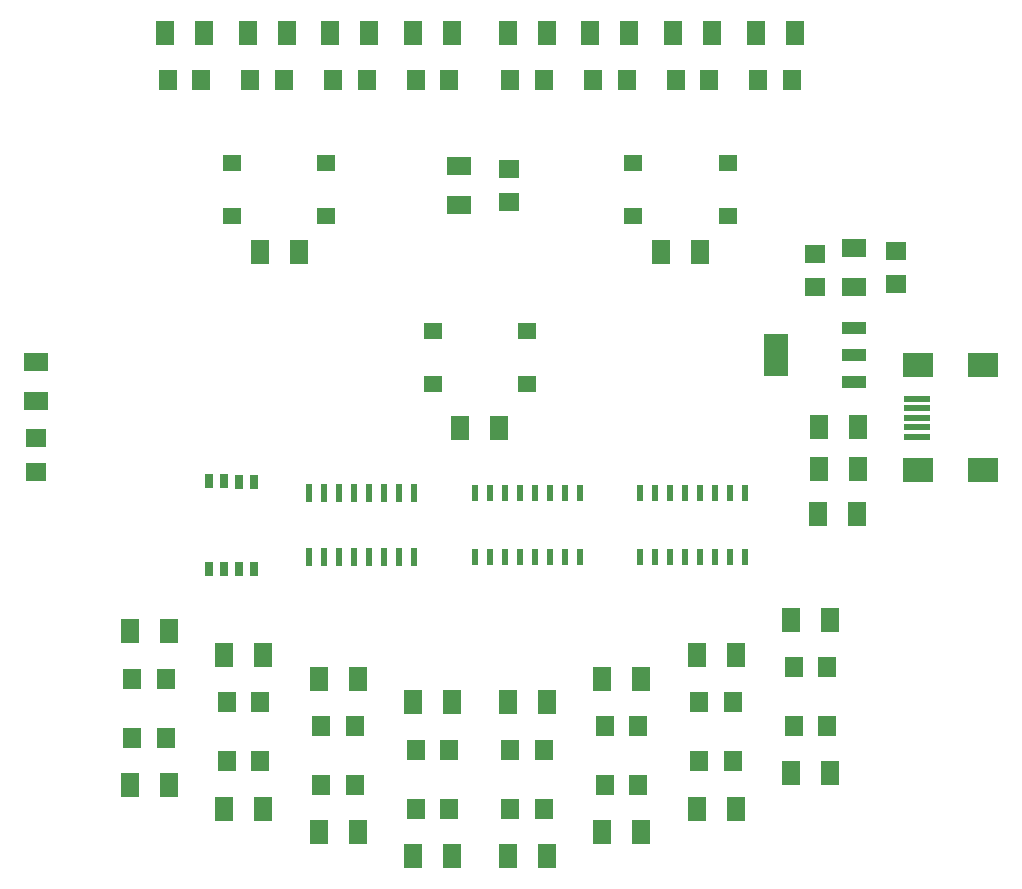
<source format=gtp>
G04 (created by PCBNEW (2013-07-07 BZR 4022)-stable) date 4/28/2015 8:48:13 PM*
%MOIN*%
G04 Gerber Fmt 3.4, Leading zero omitted, Abs format*
%FSLAX34Y34*%
G01*
G70*
G90*
G04 APERTURE LIST*
%ADD10C,0.00590551*%
%ADD11R,0.0906X0.0197*%
%ADD12R,0.0984X0.0787*%
%ADD13R,0.08X0.144*%
%ADD14R,0.08X0.04*%
%ADD15R,0.06X0.08*%
%ADD16R,0.08X0.06*%
%ADD17R,0.0629X0.0709*%
%ADD18R,0.0709X0.0629*%
%ADD19R,0.0629921X0.0551181*%
%ADD20R,0.025X0.05*%
%ADD21R,0.071X0.063*%
%ADD22R,0.023622X0.0610236*%
%ADD23R,0.019685X0.0570866*%
G04 APERTURE END LIST*
G54D10*
G54D11*
X93692Y-41930D03*
X93692Y-41615D03*
X93692Y-41300D03*
X93692Y-40985D03*
X93692Y-40670D03*
G54D12*
X93731Y-43052D03*
X95896Y-43052D03*
X93731Y-39548D03*
X95896Y-39548D03*
G54D13*
X89000Y-39200D03*
G54D14*
X91600Y-39200D03*
X91600Y-38300D03*
X91600Y-40100D03*
G54D15*
X84114Y-28464D03*
X82814Y-28464D03*
X71909Y-54330D03*
X70609Y-54330D03*
X75059Y-55118D03*
X73759Y-55118D03*
X78209Y-55905D03*
X76909Y-55905D03*
X81358Y-55905D03*
X80058Y-55905D03*
X84508Y-55118D03*
X83208Y-55118D03*
X87657Y-54330D03*
X86357Y-54330D03*
X69941Y-28464D03*
X68641Y-28464D03*
X72697Y-28464D03*
X71397Y-28464D03*
X75453Y-28464D03*
X74153Y-28464D03*
X78209Y-28464D03*
X76909Y-28464D03*
X81358Y-28464D03*
X80058Y-28464D03*
X90807Y-53149D03*
X89507Y-53149D03*
X86870Y-28464D03*
X85570Y-28464D03*
X89626Y-28464D03*
X88326Y-28464D03*
X86476Y-35787D03*
X85176Y-35787D03*
X79783Y-41653D03*
X78483Y-41653D03*
X73090Y-35787D03*
X71790Y-35787D03*
X68760Y-53543D03*
X67460Y-53543D03*
X68760Y-48425D03*
X67460Y-48425D03*
X71909Y-49212D03*
X70609Y-49212D03*
X75059Y-50000D03*
X73759Y-50000D03*
X78209Y-50787D03*
X76909Y-50787D03*
X81358Y-50787D03*
X80058Y-50787D03*
X84508Y-50000D03*
X83208Y-50000D03*
X87657Y-49212D03*
X86357Y-49212D03*
X90807Y-48031D03*
X89507Y-48031D03*
G54D16*
X64350Y-39450D03*
X64350Y-40750D03*
X91600Y-35650D03*
X91600Y-36950D03*
G54D17*
X70700Y-52755D03*
X71818Y-52755D03*
G54D18*
X64350Y-41991D03*
X64350Y-43109D03*
G54D17*
X89598Y-49606D03*
X90716Y-49606D03*
X88417Y-30039D03*
X89535Y-30039D03*
X85661Y-30039D03*
X86779Y-30039D03*
X82905Y-30039D03*
X84023Y-30039D03*
X80149Y-30039D03*
X81267Y-30039D03*
X77000Y-30039D03*
X78118Y-30039D03*
X74244Y-30039D03*
X75362Y-30039D03*
X71488Y-30039D03*
X72606Y-30039D03*
X68732Y-30039D03*
X69850Y-30039D03*
X86448Y-50787D03*
X87566Y-50787D03*
X83299Y-51574D03*
X84417Y-51574D03*
X80149Y-52362D03*
X81267Y-52362D03*
X67551Y-51968D03*
X68669Y-51968D03*
X67551Y-50000D03*
X68669Y-50000D03*
X70700Y-50787D03*
X71818Y-50787D03*
X73850Y-51574D03*
X74968Y-51574D03*
X77000Y-52362D03*
X78118Y-52362D03*
X89598Y-51574D03*
X90716Y-51574D03*
X86448Y-52755D03*
X87566Y-52755D03*
X83299Y-53543D03*
X84417Y-53543D03*
X80149Y-54330D03*
X81267Y-54330D03*
X77000Y-54330D03*
X78118Y-54330D03*
X73850Y-53543D03*
X74968Y-53543D03*
G54D19*
X87401Y-34586D03*
X87401Y-32814D03*
X84251Y-32814D03*
X84251Y-34586D03*
X74015Y-34586D03*
X74015Y-32814D03*
X70866Y-32814D03*
X70866Y-34586D03*
X80708Y-40177D03*
X80708Y-38405D03*
X77559Y-38405D03*
X77559Y-40177D03*
G54D20*
X70116Y-46336D03*
X70616Y-46336D03*
X71116Y-46336D03*
X71616Y-46336D03*
X71616Y-43449D03*
X71116Y-43449D03*
X70616Y-43427D03*
X70116Y-43427D03*
G54D21*
X93000Y-36850D03*
X93000Y-35750D03*
X90300Y-36950D03*
X90300Y-35850D03*
G54D15*
X90450Y-43000D03*
X91750Y-43000D03*
X90450Y-41600D03*
X91750Y-41600D03*
X90400Y-44500D03*
X91700Y-44500D03*
G54D16*
X78444Y-34212D03*
X78444Y-32912D03*
G54D18*
X80118Y-33003D03*
X80118Y-34121D03*
G54D22*
X73446Y-45944D03*
X73946Y-45944D03*
X74446Y-45944D03*
X74946Y-45944D03*
X75446Y-45944D03*
X75946Y-45944D03*
X76446Y-45944D03*
X76946Y-45944D03*
X76946Y-43818D03*
X76446Y-43818D03*
X75946Y-43818D03*
X75446Y-43818D03*
X74946Y-43818D03*
X74446Y-43818D03*
X73946Y-43818D03*
X73446Y-43818D03*
G54D23*
X84470Y-45944D03*
X84970Y-45944D03*
X85470Y-45944D03*
X85970Y-45944D03*
X86470Y-45944D03*
X86970Y-45944D03*
X87470Y-45944D03*
X87970Y-45944D03*
X87970Y-43818D03*
X87470Y-43818D03*
X86970Y-43818D03*
X86470Y-43818D03*
X85970Y-43818D03*
X85470Y-43818D03*
X84970Y-43818D03*
X84470Y-43818D03*
X78958Y-45944D03*
X79458Y-45944D03*
X79958Y-45944D03*
X80458Y-45944D03*
X80958Y-45944D03*
X81458Y-45944D03*
X81958Y-45944D03*
X82458Y-45944D03*
X82458Y-43818D03*
X81958Y-43818D03*
X81458Y-43818D03*
X80958Y-43818D03*
X80458Y-43818D03*
X79958Y-43818D03*
X79458Y-43818D03*
X78958Y-43818D03*
M02*

</source>
